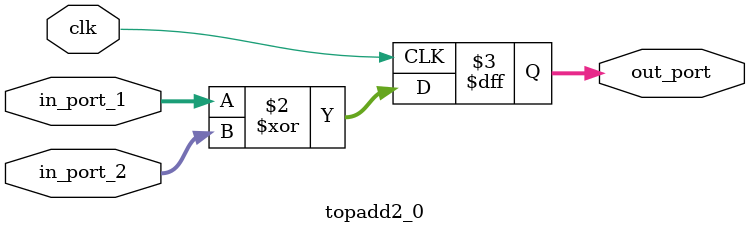
<source format=v>
module topadd2_0(
input wire [31:0] in_port_1,
input wire [31:0] in_port_2,
input wire clk,
output reg [31:0] out_port 
);


always @(posedge clk) begin: topEntry

out_port <= (in_port_1) ^ (in_port_2);
end // topEntry
endmodule // topadd2_0

</source>
